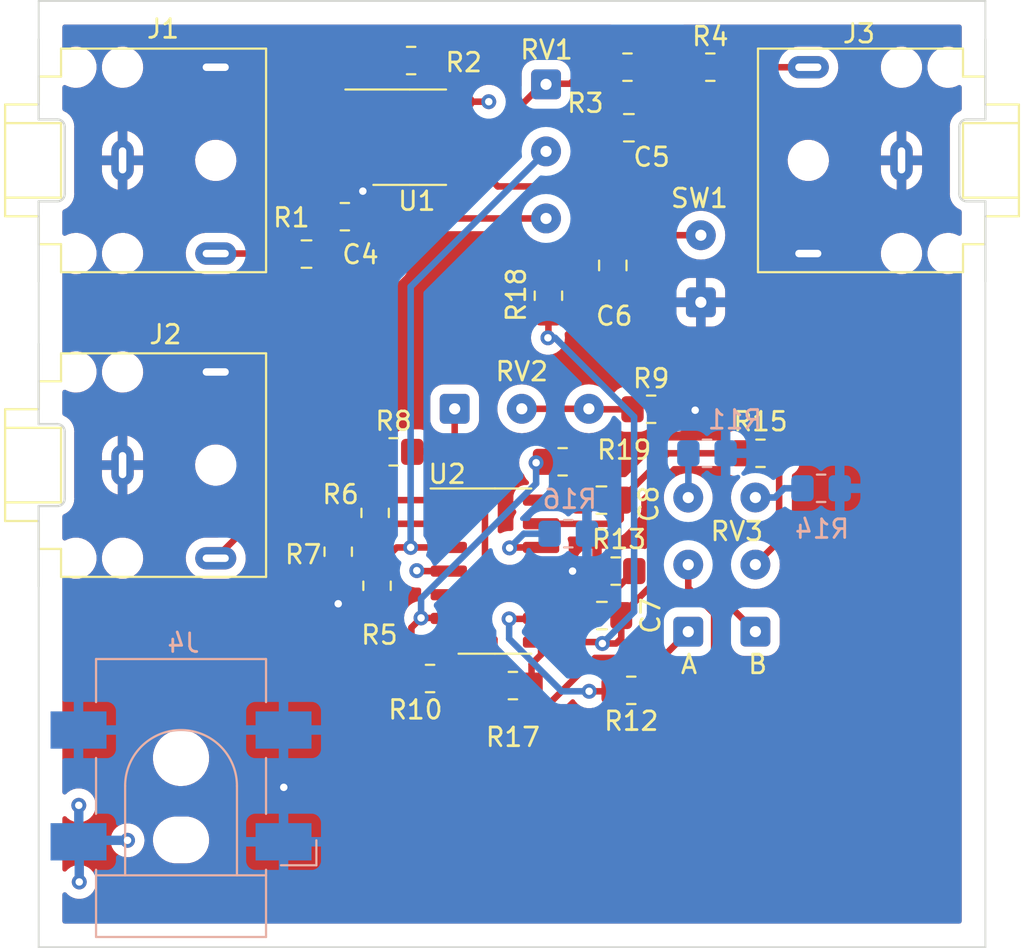
<source format=kicad_pcb>
(kicad_pcb (version 20211014) (generator pcbnew)
  (layers (0 "F.Cu" signal) (1 "In1.Cu" signal) (2 "In2.Cu" signal) (31 "B.Cu" signal) (34 "B.Paste" user) (35 "F.Paste" user) (36 "B.SilkS" user "B.Silkscreen") (37 "F.SilkS" user "F.Silkscreen") (38 "B.Mask" user) (39 "F.Mask" user) (44 "Edge.Cuts" user))
  (net 0 "")
  (net 1 "GNDPWR")
  (net 2 "Net-(R9-Pad1)")
  (net 3 "Net-(R11-Pad1)")
  (net 4 "Net-(R14-Pad1)")
  (net 5 "+15V")
  (net 6 "/U2C-N")
  (net 7 "/U2D-N")
  (net 8 "/U2A-N")
  (net 9 "/U2B-N")
  (net 10 "/U2A-P")
  (net 11 "/U2B-P")
  (net 12 "/U2C-P")
  (net 13 "/U2D-P")
  (net 14 "/INPUT")
  (net 15 "/U2C-O")
  (net 16 "/U2D-O")
  (net 17 "/SERIES")
  (net 18 "/OUTPUT")
  (net 19 "/U2A-O")
  (net 20 "/U2B-O")
  (net 21 "/FREQ-A-ADJ")
  (net 22 "/FREQ-B-ADJ")
  (net 23 "/PREAMP-P")
  (net 24 "/AMP-N")
  (net 25 "/AMP-O")
  (net 26 "/AMP-P")
  (footprint "Connector_Audio:Jack_3.5mm_CUI_SJ1-3523N_Horizontal" (layer "F.Cu") (at 55.307 59.3598 -90)
    (fp_text reference "J1" (at -7.0612 -2.1732 180) (layer "F.SilkS"))
    (fp_text value "Input")
    (fp_line (start 2.2 4.5) (end 6.5 4.5) (layer "Edge.Cuts") (width 0.12))
    (fp_line (start -2.2 4.5) (end -6.5 4.5) (layer "Edge.Cuts") (width 0.12))
    (fp_line (start 2.2 3.5) (end 2.2 4.5) (layer "Edge.Cuts") (width 0.12))
    (fp_line (start -2.2 3.5) (end -2.2 4.5) (layer "Edge.Cuts") (width 0.12))
    (fp_line (start 1.8 3.1) (end -1.8 3.1) (layer "Edge.Cuts") (width 0.12))
    (fp_arc (start 1.8 3.1) (mid 2.082843 3.217157) (end 2.2 3.5) (layer "Edge.Cuts") (width 0.12))
    (fp_arc (start -2.2 3.5) (mid -2.082842 3.217158) (end -1.8 3.1) (layer "Edge.Cuts") (width 0.12))
    (pad "" np_thru_hole circle locked (at -5 0 270) (size 1.2 1.2) (drill 1.2) (layers *.Cu))
    (pad "" np_thru_hole circle locked (at 0 -5 270) (size 1.2 1.2) (drill 1.2) (layers *.Cu))
    (pad "" np_thru_hole circle locked (at -5 2.5 270) (size 1.2 1.2) (drill 1.2) (layers *.Cu))
    (pad "" np_thru_hole circle locked (at 5 2.5 270) (size 1.2 1.2) (drill 1.2) (layers *.Cu))
    (pad "" np_thru_hole circle locked (at 5 0 270) (size 1.2 1.2) (drill 1.2) (layers *.Cu))
    (pad "R" thru_hole oval locked (at -5 -5 270) (size 1.2 2.2) (drill oval 0.4 1.4) (layers *.Cu *.Mask) (net 1 "GNDPWR"))
    (pad "S" thru_hole oval locked (at 0 0 270) (size 2.2 1.2) (drill oval 1.4 0.4) (layers *.Cu *.Mask) (net 1 "GNDPWR"))
    (pad "T" thru_hole oval locked (at 5 -5 90) (size 1.2 2.2) (drill oval 0.4 1.4) (layers *.Cu *.Mask) (net 14 "/INPUT"))
  )
  (footprint "Resistor_SMD:R_0805_2012Metric_Pad1.20x1.40mm_HandSolder" (layer "F.Cu") (at 66.8782 80.3656 90)
    (fp_text reference "R7" (at -0.1524 -1.8796 180) (layer "F.SilkS"))
    (fp_text value "1k")
    (pad "1" smd roundrect (at -1 0 90) (size 1.2 1.4) (layers "F.Cu" "F.Paste" "F.Mask") (roundrect_rratio 0.208333) (net 1 "GNDPWR"))
    (pad "2" smd roundrect (at 1 0 90) (size 1.2 1.4) (layers "F.Cu" "F.Paste" "F.Mask") (roundrect_rratio 0.208333) (net 8 "/U2A-N"))
  )
  (footprint "Resistor_SMD:R_0805_2012Metric_Pad1.20x1.40mm_HandSolder" (layer "F.Cu") (at 82.6008 87.8078 180)
    (fp_text reference "R12" (at 0 -1.65) (layer "F.SilkS"))
    (fp_text value "10k")
    (pad "1" smd roundrect (at -1 0 180) (size 1.2 1.4) (layers "F.Cu" "F.Paste" "F.Mask") (roundrect_rratio 0.208333) (net 21 "/FREQ-A-ADJ"))
    (pad "2" smd roundrect (at 1 0 180) (size 1.2 1.4) (layers "F.Cu" "F.Paste" "F.Mask") (roundrect_rratio 0.208333) (net 6 "/U2C-N"))
  )
  (footprint "Resistor_SMD:R_0805_2012Metric_Pad1.20x1.40mm_HandSolder" (layer "F.Cu") (at 83.6676 72.7202)
    (fp_text reference "R9" (at 0 -1.65) (layer "F.SilkS"))
    (fp_text value "100")
    (pad "1" smd roundrect (at -1 0) (size 1.2 1.4) (layers "F.Cu" "F.Paste" "F.Mask") (roundrect_rratio 0.208333) (net 2 "Net-(R9-Pad1)"))
    (pad "2" smd roundrect (at 1 0) (size 1.2 1.4) (layers "F.Cu" "F.Paste" "F.Mask") (roundrect_rratio 0.208333) (net 1 "GNDPWR"))
  )
  (footprint "Connector_Audio:Jack_3.5mm_CUI_SJ1-3523N_Horizontal" (layer "F.Cu") (at 55.307 75.7174 -90)
    (fp_text reference "J2" (at -7.0104 -2.3002 180) (layer "F.SilkS"))
    (fp_text value "Series")
    (fp_line (start 2.2 4.5) (end 6.5 4.5) (layer "Edge.Cuts") (width 0.12))
    (fp_line (start -2.2 3.5) (end -2.2 4.5) (layer "Edge.Cuts") (width 0.12))
    (fp_line (start 1.8 3.1) (end -1.8 3.1) (layer "Edge.Cuts") (width 0.12))
    (fp_line (start 2.2 3.5) (end 2.2 4.5) (layer "Edge.Cuts") (width 0.12))
    (fp_line (start -2.2 4.5) (end -6.5 4.5) (layer "Edge.Cuts") (width 0.12))
    (fp_arc (start -2.2 3.5) (mid -2.082842 3.217158) (end -1.8 3.1) (layer "Edge.Cuts") (width 0.12))
    (fp_arc (start 1.8 3.1) (mid 2.082843 3.217157) (end 2.2 3.5) (layer "Edge.Cuts") (width 0.12))
    (pad "" np_thru_hole circle locked (at 5 2.5 270) (size 1.2 1.2) (drill 1.2) (layers *.Cu))
    (pad "" np_thru_hole circle locked (at 0 -5 270) (size 1.2 1.2) (drill 1.2) (layers *.Cu))
    (pad "" np_thru_hole circle locked (at -5 2.5 270) (size 1.2 1.2) (drill 1.2) (layers *.Cu))
    (pad "" np_thru_hole circle locked (at -5 0 270) (size 1.2 1.2) (drill 1.2) (layers *.Cu))
    (pad "" np_thru_hole circle locked (at 5 0 270) (size 1.2 1.2) (drill 1.2) (layers *.Cu))
    (pad "R" thru_hole oval locked (at -5 -5 270) (size 1.2 2.2) (drill oval 0.4 1.4) (layers *.Cu *.Mask) (net 1 "GNDPWR"))
    (pad "S" thru_hole oval locked (at 0 0 270) (size 2.2 1.2) (drill oval 1.4 0.4) (layers *.Cu *.Mask) (net 1 "GNDPWR"))
    (pad "T" thru_hole oval locked (at 5 -5 90) (size 1.2 2.2) (drill oval 0.4 1.4) (layers *.Cu *.Mask) (net 17 "/SERIES"))
  )
  (footprint "Resistor_SMD:R_0805_2012Metric_Pad1.20x1.40mm_HandSolder" (layer "F.Cu") (at 89.535 75.0824 180)
    (fp_text reference "R15" (at 0 1.7018) (layer "F.SilkS"))
    (fp_text value "10k")
    (pad "1" smd roundrect (at -1 0 180) (size 1.2 1.4) (layers "F.Cu" "F.Paste" "F.Mask") (roundrect_rratio 0.208333) (net 22 "/FREQ-B-ADJ"))
    (pad "2" smd roundrect (at 1 0 180) (size 1.2 1.4) (layers "F.Cu" "F.Paste" "F.Mask") (roundrect_rratio 0.208333) (net 7 "/U2D-N"))
  )
  (footprint "Resistor_SMD:R_0805_2012Metric_Pad1.20x1.40mm_HandSolder" (layer "F.Cu") (at 81.7626 81.407 180)
    (fp_text reference "R13" (at -0.1778 1.7018) (layer "F.SilkS"))
    (fp_text value "10k")
    (pad "1" smd roundrect (at -1 0 180) (size 1.2 1.4) (layers "F.Cu" "F.Paste" "F.Mask") (roundrect_rratio 0.208333) (net 12 "/U2C-P"))
    (pad "2" smd roundrect (at 1 0 180) (size 1.2 1.4) (layers "F.Cu" "F.Paste" "F.Mask") (roundrect_rratio 0.208333) (net 1 "GNDPWR"))
  )
  (footprint "Resistor_SMD:R_0805_2012Metric_Pad1.20x1.40mm_HandSolder" (layer "F.Cu") (at 86.8426 54.356)
    (fp_text reference "R4" (at 0 -1.65) (layer "F.SilkS"))
    (fp_text value "1k")
    (pad "1" smd roundrect (at -1 0) (size 1.2 1.4) (layers "F.Cu" "F.Paste" "F.Mask") (roundrect_rratio 0.208333) (net 25 "/AMP-O"))
    (pad "2" smd roundrect (at 1 0) (size 1.2 1.4) (layers "F.Cu" "F.Paste" "F.Mask") (roundrect_rratio 0.208333) (net 18 "/OUTPUT"))
  )
  (footprint "Connector_Wire:SolderWire-0.1sqmm_1x03_P3.6mm_D0.4mm_OD1mm" (layer "F.Cu") (at 73.1266 72.6948)
    (fp_text reference "RV2" (at 3.6 -2) (layer "F.SilkS"))
    (fp_text value "10k")
    (pad "1" thru_hole roundrect (at 0 0) (size 1.6 1.6) (drill 0.6) (layers *.Cu *.Mask) (roundrect_rratio 0.15625) (net 11 "/U2B-P"))
    (pad "2" thru_hole circle (at 3.6 0) (size 1.6 1.6) (drill 0.6) (layers *.Cu *.Mask) (net 2 "Net-(R9-Pad1)"))
    (pad "3" thru_hole circle (at 7.2 0) (size 1.6 1.6) (drill 0.6) (layers *.Cu *.Mask) (net 2 "Net-(R9-Pad1)"))
  )
  (footprint "Connector_Wire:SolderWire-0.1sqmm_1x02_P3.6mm_D0.4mm_OD1mm" (layer "F.Cu") (at 86.3346 66.9764 90)
    (fp_text reference "SW1" (at 5.5846 -0.0762 180) (layer "F.SilkS"))
    (fp_text value "Bypass")
    (pad "1" thru_hole roundrect (at 0 0 90) (size 1.6 1.6) (drill 0.6) (layers *.Cu *.Mask) (roundrect_rratio 0.15625) (net 1 "GNDPWR"))
    (pad "2" thru_hole circle (at 3.6 0 90) (size 1.6 1.6) (drill 0.6) (layers *.Cu *.Mask) (net 26 "/AMP-P"))
  )
  (footprint "Connector_Wire:SolderWire-0.1sqmm_1x03_P3.6mm_D0.4mm_OD1mm" (layer "F.Cu") (at 78.0288 55.2772 -90)
    (fp_text reference "RV1" (at -1.8542 -0.0254) (layer "F.SilkS"))
    (fp_text value "100k")
    (pad "1" thru_hole roundrect (at 0 0 270) (size 1.6 1.6) (drill 0.6) (layers *.Cu *.Mask) (roundrect_rratio 0.15625) (net 25 "/AMP-O"))
    (pad "2" thru_hole circle (at 3.6 0 270) (size 1.6 1.6) (drill 0.6) (layers *.Cu *.Mask) (net 10 "/U2A-P"))
    (pad "3" thru_hole circle (at 7.2 0 270) (size 1.6 1.6) (drill 0.6) (layers *.Cu *.Mask) (net 17 "/SERIES"))
  )
  (footprint "Capacitor_SMD:C_0805_2012Metric_Pad1.18x1.45mm_HandSolder" (layer "F.Cu") (at 81.6102 64.9986 -90)
    (fp_text reference "C6" (at 2.7178 -0.0762 180) (layer "F.SilkS"))
    (fp_text value "100pF")
    (pad "1" smd roundrect (at -1.0375 0 270) (size 1.175 1.45) (layers "F.Cu" "F.Paste" "F.Mask") (roundrect_rratio 0.212766) (net 26 "/AMP-P"))
    (pad "2" smd roundrect (at 1.0375 0 270) (size 1.175 1.45) (layers "F.Cu" "F.Paste" "F.Mask") (roundrect_rratio 0.212766) (net 1 "GNDPWR"))
  )
  (footprint "Resistor_SMD:R_0805_2012Metric_Pad1.20x1.40mm_HandSolder" (layer "F.Cu") (at 76.2508 87.5538)
    (fp_text reference "R17" (at 0 2.7686) (layer "F.SilkS"))
    (fp_text value "4.7k")
    (pad "1" smd roundrect (at -1 0) (size 1.2 1.4) (layers "F.Cu" "F.Paste" "F.Mask") (roundrect_rratio 0.208333) (net 11 "/U2B-P"))
    (pad "2" smd roundrect (at 1 0) (size 1.2 1.4) (layers "F.Cu" "F.Paste" "F.Mask") (roundrect_rratio 0.208333) (net 15 "/U2C-O"))
  )
  (footprint "Resistor_SMD:R_0805_2012Metric_Pad1.20x1.40mm_HandSolder" (layer "F.Cu") (at 78.9178 75.5396)
    (fp_text reference "R19" (at 3.302 -0.635) (layer "F.SilkS"))
    (fp_text value "10k")
    (pad "1" smd roundrect (at -1 0) (size 1.2 1.4) (layers "F.Cu" "F.Paste" "F.Mask") (roundrect_rratio 0.208333) (net 9 "/U2B-N"))
    (pad "2" smd roundrect (at 1 0) (size 1.2 1.4) (layers "F.Cu" "F.Paste" "F.Mask") (roundrect_rratio 0.208333) (net 16 "/U2D-O"))
  )
  (footprint "Resistor_SMD:R_0805_2012Metric_Pad1.20x1.40mm_HandSolder" (layer "F.Cu") (at 69.85 75.0062)
    (fp_text reference "R8" (at 0 -1.65) (layer "F.SilkS"))
    (fp_text value "10k")
    (pad "1" smd roundrect (at -1 0) (size 1.2 1.4) (layers "F.Cu" "F.Paste" "F.Mask") (roundrect_rratio 0.208333) (net 19 "/U2A-O"))
    (pad "2" smd roundrect (at 1 0) (size 1.2 1.4) (layers "F.Cu" "F.Paste" "F.Mask") (roundrect_rratio 0.208333) (net 11 "/U2B-P"))
  )
  (footprint "Capacitor_SMD:C_0805_2012Metric_Pad1.18x1.45mm_HandSolder" (layer "F.Cu") (at 81.0006 77.597 180)
    (fp_text reference "C8" (at -2.54 -0.2032 90) (layer "F.SilkS"))
    (fp_text value "1500pF")
    (pad "1" smd roundrect (at -1.0375 0 180) (size 1.175 1.45) (layers "F.Cu" "F.Paste" "F.Mask") (roundrect_rratio 0.212766) (net 7 "/U2D-N"))
    (pad "2" smd roundrect (at 1.0375 0 180) (size 1.175 1.45) (layers "F.Cu" "F.Paste" "F.Mask") (roundrect_rratio 0.212766) (net 16 "/U2D-O"))
  )
  (footprint "Resistor_SMD:R_0805_2012Metric_Pad1.20x1.40mm_HandSolder" (layer "F.Cu") (at 78.1558 66.6242 -90)
    (fp_text reference "R18" (at -0.0508 1.7272 90) (layer "F.SilkS"))
    (fp_text value "100k")
    (pad "1" smd roundrect (at -1 0 270) (size 1.2 1.4) (layers "F.Cu" "F.Paste" "F.Mask") (roundrect_rratio 0.208333) (net 26 "/AMP-P"))
    (pad "2" smd roundrect (at 1 0 270) (size 1.2 1.4) (layers "F.Cu" "F.Paste" "F.Mask") (roundrect_rratio 0.208333) (net 15 "/U2C-O"))
  )
  (footprint "Package_SO:SOIC-14_3.9x8.7mm_P1.27mm" (layer "F.Cu") (at 75.2856 81.407)
    (fp_text reference "U2" (at -2.5654 -5.207) (layer "F.SilkS"))
    (fp_text value "LM324")
    (pad "1" smd roundrect locked (at -2.475 -3.81) (size 1.95 0.6) (layers "F.Cu" "F.Paste" "F.Mask") (net 19 "/U2A-O"))
    (pad "2" smd roundrect locked (at -2.475 -2.54) (size 1.95 0.6) (layers "F.Cu" "F.Paste" "F.Mask") (net 8 "/U2A-N"))
    (pad "3" smd roundrect locked (at -2.475 -1.27) (size 1.95 0.6) (layers "F.Cu" "F.Paste" "F.Mask") (net 10 "/U2A-P"))
    (pad "4" smd roundrect locked (at -2.475 0) (size 1.95 0.6) (layers "F.Cu" "F.Paste" "F.Mask") (net 5 "+15V"))
    (pad "5" smd roundrect locked (at -2.475 1.27) (size 1.95 0.6) (layers "F.Cu" "F.Paste" "F.Mask") (net 11 "/U2B-P"))
    (pad "6" smd roundrect locked (at -2.475 2.54) (size 1.95 0.6) (layers "F.Cu" "F.Paste" "F.Mask") (net 9 "/U2B-N"))
    (pad "7" smd roundrect locked (at -2.475 3.81) (size 1.95 0.6) (layers "F.Cu" "F.Paste" "F.Mask") (net 20 "/U2B-O"))
    (pad "8" smd roundrect locked (at 2.475 3.81) (size 1.95 0.6) (layers "F.Cu" "F.Paste" "F.Mask") (net 15 "/U2C-O"))
    (pad "9" smd roundrect locked (at 2.475 2.54) (size 1.95 0.6) (layers "F.Cu" "F.Paste" "F.Mask") (net 6 "/U2C-N"))
    (pad "10" smd roundrect locked (at 2.475 1.27) (size 1.95 0.6) (layers "F.Cu" "F.Paste" "F.Mask") (net 12 "/U2C-P"))
    (pad "11" smd roundrect locked (at 2.475 0) (size 1.95 0.6) (layers "F.Cu" "F.Paste" "F.Mask") (net 1 "GNDPWR"))
    (pad "12" smd roundrect locked (at 2.475 -1.27) (size 1.95 0.6) (layers "F.Cu" "F.Paste" "F.Mask") (net 13 "/U2D-P"))
    (pad "13" smd roundrect locked (at 2.475 -2.54) (size 1.95 0.6) (layers "F.Cu" "F.Paste" "F.Mask") (net 7 "/U2D-N"))
    (pad "14" smd roundrect locked (at 2.475 -3.81) (size 1.95 0.6) (layers "F.Cu" "F.Paste" "F.Mask") (net 16 "/U2D-O"))
  )
  (footprint "Capacitor_SMD:C_0805_2012Metric_Pad1.18x1.45mm_HandSolder" (layer "F.Cu") (at 81.026 83.7946)
    (fp_text reference "C7" (at 2.6162 0 270) (layer "F.SilkS"))
    (fp_text value "1500pF")
    (pad "1" smd roundrect (at -1.0375 0) (size 1.175 1.45) (layers "F.Cu" "F.Paste" "F.Mask") (roundrect_rratio 0.212766) (net 6 "/U2C-N"))
    (pad "2" smd roundrect (at 1.0375 0) (size 1.175 1.45) (layers "F.Cu" "F.Paste" "F.Mask") (roundrect_rratio 0.212766) (net 15 "/U2C-O"))
  )
  (footprint "Capacitor_SMD:C_0805_2012Metric_Pad1.18x1.45mm_HandSolder" (layer "F.Cu") (at 65.1764 64.389)
    (fp_text reference "C4" (at 2.8956 0.0254) (layer "F.SilkS"))
    (fp_text value "1uF")
    (pad "1" smd roundrect (at -1.0375 0) (size 1.175 1.45) (layers "F.Cu" "F.Paste" "F.Mask") (roundrect_rratio 0.212766) (net 14 "/INPUT"))
    (pad "2" smd roundrect (at 1.0375 0) (size 1.175 1.45) (layers "F.Cu" "F.Paste" "F.Mask") (roundrect_rratio 0.212766) (net 23 "/PREAMP-P"))
  )
  (footprint "Resistor_SMD:R_0805_2012Metric_Pad1.20x1.40mm_HandSolder" (layer "F.Cu") (at 70.7898 54.0004)
    (fp_text reference "R2" (at 2.8194 0.1016) (layer "F.SilkS"))
    (fp_text value "100k")
    (pad "1" smd roundrect (at -1 0) (size 1.2 1.4) (layers "F.Cu" "F.Paste" "F.Mask") (roundrect_rratio 0.208333) (net 17 "/SERIES"))
    (pad "2" smd roundrect (at 1 0) (size 1.2 1.4) (layers "F.Cu" "F.Paste" "F.Mask") (roundrect_rratio 0.208333) (net 24 "/AMP-N"))
  )
  (footprint "audio-project:SolderWire-0.1sqmm_2x03_P3.6mm_D0.4mm_OD1mm" (layer "F.Cu") (at 85.658302 84.660898 90)
    (fp_text reference "RV3" (at 5.387498 2.606698 180) (layer "F.SilkS"))
    (fp_text value "10k")
    (pad "1" thru_hole roundrect (at 0 0 90) (size 1.6 1.6) (drill 0.6) (layers *.Cu *.Mask) (roundrect_rratio 0.15625) (net 20 "/U2B-O"))
    (pad "2" thru_hole circle (at 3.6 0 90) (size 1.6 1.6) (drill 0.6) (layers *.Cu *.Mask) (net 21 "/FREQ-A-ADJ"))
    (pad "3" thru_hole circle (at 7.2 0 90) (size 1.6 1.6) (drill 0.6) (layers *.Cu *.Mask) (net 3 "Net-(R11-Pad1)"))
    (pad "4" thru_hole roundrect (at 0.0046 3.6022 90) (size 1.6 1.6) (drill 0.6) (layers *.Cu *.Mask) (roundrect_rratio 0.15625) (net 15 "/U2C-O"))
    (pad "5" thru_hole circle (at 3.6046 3.6022 90) (size 1.6 1.6) (drill 0.6) (layers *.Cu *.Mask) (net 22 "/FREQ-B-ADJ"))
    (pad "6" thru_hole circle (at 7.2046 3.6022 90) (size 1.6 1.6) (drill 0.6) (layers *.Cu *.Mask) (net 4 "Net-(R14-Pad1)"))
  )
  (footprint "Connector_Audio:Jack_3.5mm_CUI_SJ1-3523N_Horizontal" (layer "F.Cu") (at 97.1 59.3598 90)
    (fp_text reference "J3" (at 6.8072 -2.2818 180) (layer "F.SilkS"))
    (fp_text value "Output")
    (fp_line (start -2.2 4.5) (end -6.5 4.5) (layer "Edge.Cuts") (width 0.12))
    (fp_line (start 1.8 3.1) (end -1.8 3.1) (layer "Edge.Cuts") (width 0.12))
    (fp_line (start -2.2 3.5) (end -2.2 4.5) (layer "Edge.Cuts") (width 0.12))
    (fp_line (start 2.2 4.5) (end 6.5 4.5) (layer "Edge.Cuts") (width 0.12))
    (fp_line (start 2.2 3.5) (end 2.2 4.5) (layer "Edge.Cuts") (width 0.12))
    (fp_arc (start 1.8 3.1) (mid 2.082843 3.217157) (end 2.2 3.5) (layer "Edge.Cuts") (width 0.12))
    (fp_arc (start -2.2 3.5) (mid -2.082842 3.217158) (end -1.8 3.1) (layer "Edge.Cuts") (width 0.12))
    (pad "" np_thru_hole circle locked (at -5 2.5 90) (size 1.2 1.2) (drill 1.2) (layers *.Cu))
    (pad "" np_thru_hole circle locked (at 5 0 90) (size 1.2 1.2) (drill 1.2) (layers *.Cu))
    (pad "" np_thru_hole circle locked (at 0 -5 90) (size 1.2 1.2) (drill 1.2) (layers *.Cu))
    (pad "" np_thru_hole circle locked (at 5 2.5 90) (size 1.2 1.2) (drill 1.2) (layers *.Cu))
    (pad "" np_thru_hole circle locked (at -5 0 90) (size 1.2 1.2) (drill 1.2) (layers *.Cu))
    (pad "R" thru_hole oval locked (at -5 -5 90) (size 1.2 2.2) (drill oval 0.4 1.4) (layers *.Cu *.Mask) (net 1 "GNDPWR"))
    (pad "S" thru_hole oval locked (at 0 0 90) (size 2.2 1.2) (drill oval 1.4 0.4) (layers *.Cu *.Mask) (net 1 "GNDPWR"))
    (pad "T" thru_hole oval locked (at 5 -5 270) (size 1.2 2.2) (drill oval 0.4 1.4) (layers *.Cu *.Mask) (net 18 "/OUTPUT"))
  )
  (footprint "Resistor_SMD:R_0805_2012Metric_Pad1.20x1.40mm_HandSolder" (layer "F.Cu") (at 68.961 82.1944 -90)
    (fp_text reference "R5" (at 2.6416 -0.127 180) (layer "F.SilkS"))
    (fp_text value "100k")
    (pad "1" smd roundrect (at -1 0 270) (size 1.2 1.4) (layers "F.Cu" "F.Paste" "F.Mask") (roundrect_rratio 0.208333) (net 10 "/U2A-P"))
    (pad "2" smd roundrect (at 1 0 270) (size 1.2 1.4) (layers "F.Cu" "F.Paste" "F.Mask") (roundrect_rratio 0.208333) (net 1 "GNDPWR"))
  )
  (footprint "Resistor_SMD:R_0805_2012Metric_Pad1.20x1.40mm_HandSolder" (layer "F.Cu") (at 68.8594 78.2828 90)
    (fp_text reference "R6" (at 0.9906 -1.8542 180) (layer "F.SilkS"))
    (fp_text value "10k")
    (pad "1" smd roundrect (at -1 0 90) (size 1.2 1.4) (layers "F.Cu" "F.Paste" "F.Mask") (roundrect_rratio 0.208333) (net 8 "/U2A-N"))
    (pad "2" smd roundrect (at 1 0 90) (size 1.2 1.4) (layers "F.Cu" "F.Paste" "F.Mask") (roundrect_rratio 0.208333) (net 19 "/U2A-O"))
  )
  (footprint "Package_SO:SOIC-8_3.9x4.9mm_P1.27mm" (layer "F.Cu") (at 70.7136 58.1152)
    (fp_text reference "U1" (at 0.381 3.429) (layer "F.SilkS"))
    (fp_text value "LM358")
    (pad "1" smd roundrect locked (at -2.475 -1.905) (size 1.95 0.6) (layers "F.Cu" "F.Paste" "F.Mask") (net 17 "/SERIES"))
    (pad "2" smd roundrect locked (at -2.475 -0.635) (size 1.95 0.6) (layers "F.Cu" "F.Paste" "F.Mask") (net 17 "/SERIES"))
    (pad "3" smd roundrect locked (at -2.475 0.635) (size 1.95 0.6) (layers "F.Cu" "F.Paste" "F.Mask") (net 23 "/PREAMP-P"))
    (pad "4" smd roundrect locked (at -2.475 1.905) (size 1.95 0.6) (layers "F.Cu" "F.Paste" "F.Mask") (net 1 "GNDPWR"))
    (pad "5" smd roundrect locked (at 2.475 1.905) (size 1.95 0.6) (layers "F.Cu" "F.Paste" "F.Mask") (net 26 "/AMP-P"))
    (pad "6" smd roundrect locked (at 2.475 0.635) (size 1.95 0.6) (layers "F.Cu" "F.Paste" "F.Mask") (net 24 "/AMP-N"))
    (pad "7" smd roundrect locked (at 2.475 -0.635) (size 1.95 0.6) (layers "F.Cu" "F.Paste" "F.Mask") (net 25 "/AMP-O"))
    (pad "8" smd roundrect locked (at 2.475 -1.905) (size 1.95 0.6) (layers "F.Cu" "F.Paste" "F.Mask") (net 5 "+15V"))
  )
  (footprint "Resistor_SMD:R_0805_2012Metric_Pad1.20x1.40mm_HandSolder" (layer "F.Cu") (at 67.2338 62.3824)
    (fp_text reference "R1" (at -2.8702 0.0508) (layer "F.SilkS"))
    (fp_text value "100k")
    (pad "1" smd roundrect (at -1 0) (size 1.2 1.4) (layers "F.Cu" "F.Paste" "F.Mask") (roundrect_rratio 0.208333) (net 23 "/PREAMP-P"))
    (pad "2" smd roundrect (at 1 0) (size 1.2 1.4) (layers "F.Cu" "F.Paste" "F.Mask") (roundrect_rratio 0.208333) (net 1 "GNDPWR"))
  )
  (footprint "Resistor_SMD:R_0805_2012Metric_Pad1.20x1.40mm_HandSolder" (layer "F.Cu") (at 71.8058 87.1728)
    (fp_text reference "R10" (at -0.7874 1.6764) (layer "F.SilkS"))
    (fp_text value "10k")
    (pad "1" smd roundrect (at -1 0) (size 1.2 1.4) (layers "F.Cu" "F.Paste" "F.Mask") (roundrect_rratio 0.208333) (net 9 "/U2B-N"))
    (pad "2" smd roundrect (at 1 0) (size 1.2 1.4) (layers "F.Cu" "F.Paste" "F.Mask") (roundrect_rratio 0.208333) (net 20 "/U2B-O"))
  )
  (footprint "Capacitor_SMD:C_0805_2012Metric_Pad1.18x1.45mm_HandSolder" (layer "F.Cu") (at 82.4738 57.6072 180)
    (fp_text reference "C5" (at -1.2192 -1.5748) (layer "F.SilkS"))
    (fp_text value "100pF")
    (pad "1" smd roundrect (at -1.0375 0 180) (size 1.175 1.45) (layers "F.Cu" "F.Paste" "F.Mask") (roundrect_rratio 0.212766) (net 24 "/AMP-N"))
    (pad "2" smd roundrect (at 1.0375 0 180) (size 1.175 1.45) (layers "F.Cu" "F.Paste" "F.Mask") (roundrect_rratio 0.212766) (net 25 "/AMP-O"))
  )
  (footprint "Resistor_SMD:R_0805_2012Metric_Pad1.20x1.40mm_HandSolder" (layer "F.Cu") (at 82.3976 54.356 180)
    (fp_text reference "R3" (at 2.2606 -1.9304) (layer "F.SilkS"))
    (fp_text value "100k")
    (pad "1" smd roundrect (at -1 0 180) (size 1.2 1.4) (layers "F.Cu" "F.Paste" "F.Mask") (roundrect_rratio 0.208333) (net 24 "/AMP-N"))
    (pad "2" smd roundrect (at 1 0 180) (size 1.2 1.4) (layers "F.Cu" "F.Paste" "F.Mask") (roundrect_rratio 0.208333) (net 25 "/AMP-O"))
  )
  (footprint "Connector_BarrelJack:BarrelJack_CLIFF_FC681465S_SMT_Horizontal" (layer "B.Cu") (at 58.4454 92.9386 90)
    (fp_text reference "J4" (at 7.6708 0.127 180) (layer "B.SilkS") (effects (justify mirror)))
    (fp_text value "BarrelJack_CLIFF_FC681465S_SMT_Horizontal" hide)
    (pad "" np_thru_hole oval (at -2.9 0) (size 2 1.5) (drill oval 2 1.5) (layers *.Cu *.Mask))
    (pad "" np_thru_hole circle (at 1.5 0) (size 2 2) (drill 2) (layers *.Cu *.Mask))
    (pad "1" smd rect (at -3 5.5) (size 3 2) (layers "B.Cu" "B.Paste" "B.Mask") (net 1 "GNDPWR"))
    (pad "1" smd rect (at 3 5.5) (size 3 2) (layers "B.Cu" "B.Paste" "B.Mask") (net 1 "GNDPWR"))
    (pad "2" smd rect (at 3 -5.5) (size 3 2) (layers "B.Cu" "B.Paste" "B.Mask") (net 1 "GNDPWR"))
    (pad "3" smd rect (at -3 -5.5) (size 3 2) (layers "B.Cu" "B.Paste" "B.Mask") (net 5 "+15V"))
  )
  (footprint "Resistor_SMD:R_0805_2012Metric_Pad1.20x1.40mm_HandSolder" (layer "B.Cu") (at 79.2226 79.4004)
    (fp_text reference "R16" (at 0.0762 -1.8542) (layer "B.SilkS") (effects (justify mirror)))
    (fp_text value "10k")
    (pad "1" smd roundrect (at -1 0) (size 1.2 1.4) (layers "B.Cu" "B.Paste" "B.Mask") (roundrect_rratio 0.208333) (net 13 "/U2D-P"))
    (pad "2" smd roundrect (at 1 0) (size 1.2 1.4) (layers "B.Cu" "B.Paste" "B.Mask") (roundrect_rratio 0.208333) (net 1 "GNDPWR"))
  )
  (footprint "Resistor_SMD:R_0805_2012Metric_Pad1.20x1.40mm_HandSolder" (layer "B.Cu") (at 86.6648 75.0824)
    (fp_text reference "R11" (at 1.4986 -1.8034) (layer "B.SilkS") (effects (justify mirror)))
    (fp_text value "47")
    (pad "1" smd roundrect (at -1 0) (size 1.2 1.4) (layers "B.Cu" "B.Paste" "B.Mask") (roundrect_rratio 0.208333) (net 3 "Net-(R11-Pad1)"))
    (pad "2" smd roundrect (at 1 0) (size 1.2 1.4) (layers "B.Cu" "B.Paste" "B.Mask") (roundrect_rratio 0.208333) (net 1 "GNDPWR"))
  )
  (footprint "Resistor_SMD:R_0805_2012Metric_Pad1.20x1.40mm_HandSolder" (layer "B.Cu") (at 92.7862 76.962)
    (fp_text reference "R14" (at 0.0508 2.1844) (layer "B.SilkS") (effects (justify mirror)))
    (fp_text value "47")
    (pad "1" smd roundrect (at -1 0) (size 1.2 1.4) (layers "B.Cu" "B.Paste" "B.Mask") (roundrect_rratio 0.208333) (net 4 "Net-(R14-Pad1)"))
    (pad "2" smd roundrect (at 1 0) (size 1.2 1.4) (layers "B.Cu" "B.Paste" "B.Mask") (roundrect_rratio 0.208333) (net 1 "GNDPWR"))
  )
  (gr_line locked (start 50.807 50.8) (end 50.807 52.8598) (layer "Edge.Cuts") (width 0.1))
  (gr_line locked (start 50.807 82.2174) (end 50.807 101.6) (layer "Edge.Cuts") (width 0.1))
  (gr_line locked (start 101.6 50.8) (end 101.6 52.8598) (layer "Edge.Cuts") (width 0.1))
  (gr_line locked (start 50.807 50.8) (end 101.6 50.8) (layer "Edge.Cuts") (width 0.1))
  (gr_line locked (start 50.807 101.6) (end 101.6 101.6) (layer "Edge.Cuts") (width 0.1))
  (gr_line locked (start 50.807 65.8598) (end 50.807 69.2174) (layer "Edge.Cuts") (width 0.1))
  (gr_line locked (start 101.6 101.6) (end 101.6 65.8598) (layer "Edge.Cuts") (width 0.1))
  (gr_text "B" (at 89.3826 86.4108) (layer "F.SilkS") (effects (font (size 1 1))))
  (gr_text "A" (at 85.6996 86.4108) (layer "F.SilkS") (effects (font (size 1 1))))
  (segment (start 66.913 83.1944) (end 66.8782 83.1596) (width 0.35) (layer "F.Cu") (net 1))
  (segment (start 86.0298 72.771) (end 84.7184 72.771) (width 0.35) (layer "F.Cu") (net 1))
  (segment (start 66.8782 83.1596) (end 66.8782 81.3656) (width 0.35) (layer "F.Cu") (net 1))
  (segment (start 68.2338 62.3824) (end 68.2338 61.0456) (width 0.35) (layer "F.Cu") (net 1))
  (segment (start 68.2338 61.0456) (end 68.199 61.0108) (width 0.35) (layer "F.Cu") (net 1))
  (segment (start 68.2386 60.0202) (end 68.2386 60.9712) (width 0.35) (layer "F.Cu") (net 1))
  (segment (start 68.961 83.1944) (end 66.913 83.1944) (width 0.35) (layer "F.Cu") (net 1))
  (segment (start 84.7184 72.771) (end 84.6676 72.7202) (width 0.35) (layer "F.Cu") (net 1))
  (segment (start 80.7626 81.407) (end 79.4512 81.407) (width 0.35) (layer "F.Cu") (net 1))
  (segment (start 79.4512 81.407) (end 77.7606 81.407) (width 0.35) (layer "F.Cu") (net 1))
  (segment (start 68.2386 60.9712) (end 68.199 61.0108) (width 0.35) (layer "F.Cu") (net 1))
  (via (at 66.8782 83.1596) (size 0.8) (drill 0.4) (layers "F.Cu" "B.Cu") (net 1))
  (via (at 68.199 61.0108) (size 0.8) (drill 0.4) (layers "F.Cu" "B.Cu") (net 1))
  (via (at 79.4512 81.407) (size 0.8) (drill 0.4) (layers "F.Cu" "B.Cu") (net 1))
  (via (at 63.9572 93.0148) (size 0.8) (drill 0.4) (layers "F.Cu" "B.Cu") (net 1))
  (via (at 86.0298 72.771) (size 0.8) (drill 0.4) (layers "F.Cu" "B.Cu") (net 1))
  (segment (start 82.6676 72.7202) (end 80.352 72.7202) (width 0.35) (layer "F.Cu") (net 2))
  (segment (start 80.3266 72.6948) (end 76.7266 72.6948) (width 0.35) (layer "F.Cu") (net 2))
  (segment (start 80.352 72.7202) (end 80.3266 72.6948) (width 0.35) (layer "F.Cu") (net 2))
  (segment (start 85.6648 77.4544) (end 85.658302 77.460898) (width 0.35) (layer "B.Cu") (net 3))
  (segment (start 85.6648 75.0824) (end 85.6648 77.4544) (width 0.35) (layer "B.Cu") (net 3))
  (segment (start 89.260502 77.456298) (end 90.310702 77.456298) (width 0.35) (layer "B.Cu") (net 4))
  (segment (start 90.310702 77.456298) (end 90.805 76.962) (width 0.35) (layer "B.Cu") (net 4))
  (segment (start 90.805 76.962) (end 91.7862 76.962) (width 0.35) (layer "B.Cu") (net 4))
  (segment (start 72.8106 81.407) (end 71.12 81.407) (width 0.35) (layer "F.Cu") (net 5))
  (segment (start 71.12 81.407) (end 71.0946 81.3816) (width 0.35) (layer "F.Cu") (net 5))
  (segment (start 74.9554 56.2102) (end 73.1886 56.2102) (width 0.35) (layer "F.Cu") (net 5))
  (via (at 52.959 93.98) (size 0.8) (drill 0.4) (layers "F.Cu" "B.Cu") (net 5))
  (via (at 52.9844 98.0948) (size 0.8) (drill 0.4) (layers "F.Cu" "B.Cu") (net 5))
  (via (at 71.0946 81.3816) (size 0.8) (drill 0.4) (layers "F.Cu" "B.Cu") (net 5))
  (via (at 74.9554 56.2102) (size 0.8) (drill 0.4) (layers "F.Cu" "B.Cu") (net 5))
  (via (at 55.5752 95.8596) (size 0.8) (drill 0.4) (layers "F.Cu" "B.Cu") (net 5))
  (segment (start 53.0244 95.8596) (end 52.9454 95.9386) (width 0.35) (layer "B.Cu") (net 5))
  (segment (start 52.9844 98.0948) (end 52.9844 95.9776) (width 0.5) (layer "B.Cu") (net 5))
  (segment (start 52.9844 95.9776) (end 52.9454 95.9386) (width 0.35) (layer "B.Cu") (net 5))
  (segment (start 55.5752 95.8596) (end 53.0244 95.8596) (width 0.5) (layer "B.Cu") (net 5))
  (segment (start 52.959 93.98) (end 52.959 95.925) (width 0.5) (layer "B.Cu") (net 5))
  (segment (start 52.959 95.925) (end 52.9454 95.9386) (width 0.35) (layer "B.Cu") (net 5))
  (segment (start 79.8361 83.947) (end 79.9885 83.7946) (width 0.2) (layer "F.Cu") (net 6))
  (segment (start 79.9885 83.7946) (end 79.8107 83.9724) (width 0.35) (layer "F.Cu") (net 6))
  (segment (start 79.8107 83.9724) (end 78.0908 83.9724) (width 0.35) (layer "F.Cu") (net 6))
  (segment (start 77.913 83.7946) (end 77.7606 83.947) (width 0.2) (layer "F.Cu") (net 6))
  (segment (start 76.0476 83.9724) (end 77.7352 83.9724) (width 0.35) (layer "F.Cu") (net 6))
  (segment (start 81.55 87.8586) (end 81.6008 87.8078) (width 0.2) (layer "F.Cu") (net 6))
  (segment (start 80.3402 87.8586) (end 81.55 87.8586) (width 0.35) (layer "F.Cu") (net 6))
  (segment (start 77.7352 83.9724) (end 77.7606 83.947) (width 0.2) (layer "F.Cu") (net 6))
  (via (at 76.0476 83.9724) (size 0.8) (drill 0.4) (layers "F.Cu" "B.Cu") (net 6))
  (via (at 80.3402 87.8586) (size 0.8) (drill 0.4) (layers "F.Cu" "B.Cu") (net 6))
  (segment (start 76.0476 85.0392) (end 78.867 87.8586) (width 0.35) (layer "B.Cu") (net 6))
  (segment (start 76.0476 83.9724) (end 76.0476 85.0392) (width 0.35) (layer "B.Cu") (net 6))
  (segment (start 78.867 87.8586) (end 80.3402 87.8586) (width 0.35) (layer "B.Cu") (net 6))
  (segment (start 84.5527 75.0824) (end 88.535 75.0824) (width 0.35) (layer "F.Cu") (net 7))
  (segment (start 81.788 78.867) (end 82.0381 78.6169) (width 0.35) (layer "F.Cu") (net 7))
  (segment (start 77.7606 78.867) (end 81.788 78.867) (width 0.35) (layer "F.Cu") (net 7))
  (segment (start 82.0381 77.597) (end 84.5527 75.0824) (width 0.35) (layer "F.Cu") (net 7))
  (segment (start 82.0381 78.6169) (end 82.0381 77.597) (width 0.35) (layer "F.Cu") (net 7))
  (segment (start 68.7766 79.3656) (end 68.8594 79.2828) (width 0.35) (layer "F.Cu") (net 8))
  (segment (start 66.8782 79.3656) (end 68.7766 79.3656) (width 0.35) (layer "F.Cu") (net 8))
  (segment (start 69.2752 78.867) (end 68.8594 79.2828) (width 0.35) (layer "F.Cu") (net 8))
  (segment (start 72.8106 78.867) (end 69.2752 78.867) (width 0.35) (layer "F.Cu") (net 8))
  (segment (start 70.8058 87.1728) (end 70.8058 84.439) (width 0.35) (layer "F.Cu") (net 9))
  (segment (start 70.8058 84.439) (end 71.3232 83.9216) (width 0.35) (layer "F.Cu") (net 9))
  (segment (start 72.7852 83.9216) (end 72.8106 83.947) (width 0.35) (layer "F.Cu") (net 9))
  (segment (start 71.3232 83.9216) (end 72.7852 83.9216) (width 0.35) (layer "F.Cu") (net 9))
  (via (at 77.4954 75.5904) (size 0.8) (drill 0.4) (layers "F.Cu" "B.Cu") (net 9))
  (via (at 71.3232 83.9216) (size 0.8) (drill 0.4) (layers "F.Cu" "B.Cu") (net 9))
  (segment (start 71.3232 82.8802) (end 77.4954 76.708) (width 0.35) (layer "B.Cu") (net 9))
  (segment (start 77.4954 76.708) (end 77.4954 75.5904) (width 0.35) (layer "B.Cu") (net 9))
  (segment (start 71.3232 83.9216) (end 71.3232 82.8802) (width 0.35) (layer "B.Cu") (net 9))
  (segment (start 72.8106 80.137) (end 70.7644 80.137) (width 0.35) (layer "F.Cu") (net 10))
  (segment (start 70.7644 80.137) (end 70.0184 80.137) (width 0.35) (layer "F.Cu") (net 10))
  (segment (start 70.0184 80.137) (end 68.961 81.1944) (width 0.35) (layer "F.Cu") (net 10))
  (via (at 70.7644 80.137) (size 0.8) (drill 0.4) (layers "F.Cu" "B.Cu") (net 10))
  (segment (start 78.0288 58.8772) (end 70.7644 66.1416) (width 0.35) (layer "B.Cu") (net 10))
  (segment (start 70.7644 66.1416) (end 70.7644 80.137) (width 0.35) (layer "B.Cu") (net 10))
  (segment (start 70.8834 74.9808) (end 73.1346 74.9808) (width 0.35) (layer "F.Cu") (net 11))
  (segment (start 72.8106 82.677) (end 74.7014 82.677) (width 0.35) (layer "F.Cu") (net 11))
  (segment (start 74.7522 84.5566) (end 75.2602 85.0646) (width 0.35) (layer "F.Cu") (net 11))
  (segment (start 73.1266 72.6948) (end 73.1266 74.9808) (width 0.35) (layer "F.Cu") (net 11))
  (segment (start 74.7522 76.2254) (end 74.7522 82.7278) (width 0.35) (layer "F.Cu") (net 11))
  (segment (start 73.5076 74.9808) (end 74.7522 76.2254) (width 0.35) (layer "F.Cu") (net 11))
  (segment (start 75.2602 85.0646) (end 75.2602 87.5444) (width 0.35) (layer "F.Cu") (net 11))
  (segment (start 74.7522 82.7278) (end 74.7522 84.5566) (width 0.35) (layer "F.Cu") (net 11))
  (segment (start 73.1266 74.9808) (end 73.5076 74.9808) (width 0.35) (layer "F.Cu") (net 11))
  (segment (start 74.7014 82.677) (end 74.7522 82.7278) (width 0.2) (layer "F.Cu") (net 11))
  (segment (start 75.2602 87.5444) (end 75.2508 87.5538) (width 0.35) (layer "F.Cu") (net 11))
  (segment (start 77.7606 82.677) (end 81.4926 82.677) (width 0.35) (layer "F.Cu") (net 12))
  (segment (start 81.4926 82.677) (end 82.7626 81.407) (width 0.35) (layer "F.Cu") (net 12))
  (segment (start 77.7606 80.137) (end 76.0984 80.137) (width 0.35) (layer "F.Cu") (net 13))
  (segment (start 76.0984 80.137) (end 76.073 80.1624) (width 0.2) (layer "F.Cu") (net 13))
  (via (at 76.073 80.1624) (size 0.8) (drill 0.4) (layers "F.Cu" "B.Cu") (net 13))
  (segment (start 76.073 80.1624) (end 76.835 79.4004) (width 0.35) (layer "B.Cu") (net 13))
  (segment (start 76.835 79.4004) (end 77.994 79.4004) (width 0.35) (layer "B.Cu") (net 13))
  (segment (start 64.1389 64.389) (end 64.1097 64.3598) (width 0.35) (layer "F.Cu") (net 14))
  (segment (start 64.1097 64.3598) (end 60.307 64.3598) (width 0.35) (layer "F.Cu") (net 14))
  (segment (start 77.7606 85.217) (end 77.7606 85.8916) (width 0.35) (layer "F.Cu") (net 15))
  (segment (start 86.2584 79.3242) (end 87.4522 80.518) (width 0.35) (layer "F.Cu") (net 15))
  (segment (start 84.074 80.4164) (end 85.1662 79.3242) (width 0.35) (layer "F.Cu") (net 15))
  (segment (start 77.7606 85.217) (end 80.9752 85.217) (width 0.35) (layer "F.Cu") (net 15))
  (segment (start 80.9752 85.217) (end 81.0514 85.2932) (width 0.35) (layer "F.Cu") (net 15))
  (segment (start 77.2508 86.4014) (end 77.2508 87.5538) (width 0.35) (layer "F.Cu") (net 15))
  (segment (start 82.0635 83.7946) (end 84.074 81.7841) (width 0.35) (layer "F.Cu") (net 15))
  (segment (start 87.4522 82.847996) (end 89.260502 84.656298) (width 0.35) (layer "F.Cu") (net 15))
  (segment (start 85.1662 79.3242) (end 86.2584 79.3242) (width 0.35) (layer "F.Cu") (net 15))
  (segment (start 77.7606 85.8916) (end 77.2508 86.4014) (width 0.35) (layer "F.Cu") (net 15))
  (segment (start 78.1558 68.8594) (end 78.1304 68.8848) (width 0.35) (layer "F.Cu") (net 15))
  (segment (start 78.1558 67.6242) (end 78.1558 68.8594) (width 0.35) (layer "F.Cu") (net 15))
  (segment (start 81.0514 85.2932) (end 81.788 85.2932) (width 0.35) (layer "F.Cu") (net 15))
  (segment (start 82.0635 85.0177) (end 82.0635 83.7946) (width 0.35) (layer "F.Cu") (net 15))
  (segment (start 87.4522 80.518) (end 87.4522 82.847996) (width 0.35) (layer "F.Cu") (net 15))
  (segment (start 84.074 81.7841) (end 84.074 80.4164) (width 0.35) (layer "F.Cu") (net 15))
  (segment (start 81.788 85.2932) (end 82.0635 85.0177) (width 0.35) (layer "F.Cu") (net 15))
  (via (at 81.0514 85.2932) (size 0.8) (drill 0.4) (layers "F.Cu" "B.Cu") (net 15))
  (via (at 78.1304 68.8848) (size 0.8) (drill 0.4) (layers "F.Cu" "B.Cu") (net 15))
  (segment (start 78.5114 68.8848) (end 78.1304 68.8848) (width 0.35) (layer "B.Cu") (net 15))
  (segment (start 82.7532 83.5914) (end 82.7532 73.1266) (width 0.35) (layer "B.Cu") (net 15))
  (segment (start 82.7532 73.1266) (end 78.5114 68.8848) (width 0.35) (layer "B.Cu") (net 15))
  (segment (start 81.0514 85.2932) (end 82.7532 83.5914) (width 0.35) (layer "B.Cu") (net 15))
  (segment (start 79.9631 77.597) (end 79.9631 75.5849) (width 0.35) (layer "F.Cu") (net 16))
  (segment (start 79.9631 75.5849) (end 79.9178 75.5396) (width 0.35) (layer "F.Cu") (net 16))
  (segment (start 77.7606 77.597) (end 79.9631 77.597) (width 0.35) (layer "F.Cu") (net 16))
  (segment (start 62.1538 78.8706) (end 60.307 80.7174) (width 0.35) (layer "F.Cu") (net 17))
  (segment (start 78.0288 62.4772) (end 70.0854 62.4772) (width 0.35) (layer "F.Cu") (net 17))
  (segment (start 62.1538 69.1642) (end 62.1538 78.8706) (width 0.35) (layer "F.Cu") (net 17))
  (segment (start 69.7898 55.3052) (end 69.7898 54.0004) (width 0.35) (layer "F.Cu") (net 17))
  (segment (start 68.2386 57.4802) (end 68.9102 57.4802) (width 0.35) (layer "F.Cu") (net 17))
  (segment (start 68.9102 57.4802) (end 69.9262 58.4962) (width 0.35) (layer "F.Cu") (net 17))
  (segment (start 69.9262 62.6364) (end 69.9262 65.1002) (width 0.35) (layer "F.Cu") (net 17))
  (segment (start 63.9826 67.3354) (end 62.1538 69.1642) (width 0.35) (layer "F.Cu") (net 17))
  (segment (start 70.0854 62.4772) (end 69.9262 62.6364) (width 0.35) (layer "F.Cu") (net 17))
  (segment (start 66.3194 57.1754) (end 66.3194 56.4642) (width 0.35) (layer "F.Cu") (net 17))
  (segment (start 69.9262 58.4962) (end 69.9262 62.6364) (width 0.35) (layer "F.Cu") (net 17))
  (segment (start 68.8848 56.2102) (end 69.7898 55.3052) (width 0.35) (layer "F.Cu") (net 17))
  (segment (start 69.9262 65.1002) (end 67.691 67.3354) (width 0.35) (layer "F.Cu") (net 17))
  (segment (start 66.5734 56.2102) (end 68.2386 56.2102) (width 0.35) (layer "F.Cu") (net 17))
  (segment (start 68.2386 57.4802) (end 66.6242 57.4802) (width 0.35) (layer "F.Cu") (net 17))
  (segment (start 66.6242 57.4802) (end 66.3194 57.1754) (width 0.35) (layer "F.Cu") (net 17))
  (segment (start 67.691 67.3354) (end 63.9826 67.3354) (width 0.35) (layer "F.Cu") (net 17))
  (segment (start 68.2386 56.2102) (end 68.8848 56.2102) (width 0.35) (layer "F.Cu") (net 17))
  (segment (start 66.3194 56.4642) (end 66.5734 56.2102) (width 0.35) (layer "F.Cu") (net 17))
  (segment (start 87.8426 54.356) (end 87.8464 54.3598) (width 0.35) (layer "F.Cu") (net 18))
  (segment (start 87.8464 54.3598) (end 92.1 54.3598) (width 0.35) (layer "F.Cu") (net 18))
  (segment (start 68.8594 75.0156) (end 68.85 75.0062) (width 0.35) (layer "F.Cu") (net 19))
  (segment (start 69.1736 77.597) (end 68.8594 77.2828) (width 0.35) (layer "F.Cu") (net 19))
  (segment (start 68.8594 77.2828) (end 68.8594 75.0156) (width 0.35) (layer "F.Cu") (net 19))
  (segment (start 72.8106 77.597) (end 69.1736 77.597) (width 0.35) (layer "F.Cu") (net 19))
  (segment (start 72.8058 87.1728) (end 72.8058 88.6808) (width 0.35) (layer "F.Cu") (net 20))
  (segment (start 80.6574 86.0682) (end 84.251 86.0682) (width 0.35) (layer "F.Cu") (net 20))
  (segment (start 77.3684 89.3572) (end 80.6574 86.0682) (width 0.35) (layer "F.Cu") (net 20))
  (segment (start 72.8106 85.217) (end 72.8106 87.168) (width 0.35) (layer "F.Cu") (net 20))
  (segment (start 84.251 86.0682) (end 85.658302 84.660898) (width 0.35) (layer "F.Cu") (net 20))
  (segment (start 73.4822 89.3572) (end 77.3684 89.3572) (width 0.35) (layer "F.Cu") (net 20))
  (segment (start 72.8058 88.6808) (end 73.4822 89.3572) (width 0.35) (layer "F.Cu") (net 20))
  (segment (start 72.8106 87.168) (end 72.8058 87.1728) (width 0.35) (layer "F.Cu") (net 20))
  (segment (start 87.0458 83.693) (end 87.0458 86.8934) (width 0.35) (layer "F.Cu") (net 21))
  (segment (start 85.658302 81.060898) (end 85.658302 82.305502) (width 0.35) (layer "F.Cu") (net 21))
  (segment (start 85.658302 82.305502) (end 87.0458 83.693) (width 0.35) (layer "F.Cu") (net 21))
  (segment (start 86.1314 87.8078) (end 83.6008 87.8078) (width 0.35) (layer "F.Cu") (net 21))
  (segment (start 87.0458 86.8934) (end 86.1314 87.8078) (width 0.35) (layer "F.Cu") (net 21))
  (segment (start 90.535 75.0824) (end 90.535 79.7818) (width 0.35) (layer "F.Cu") (net 22))
  (segment (start 90.535 79.7818) (end 89.260502 81.056298) (width 0.35) (layer "F.Cu") (net 22))
  (segment (start 66.7004 58.7502) (end 68.2386 58.7502) (width 0.35) (layer "F.Cu") (net 23))
  (segment (start 66.2338 59.2168) (end 66.7004 58.7502) (width 0.35) (layer "F.Cu") (net 23))
  (segment (start 66.2139 62.4023) (end 66.2338 62.3824) (width 0.35) (layer "F.Cu") (net 23))
  (segment (start 66.2139 64.389) (end 66.2139 62.4023) (width 0.35) (layer "F.Cu") (net 23))
  (segment (start 66.2338 62.3824) (end 66.2338 59.2168) (width 0.35) (layer "F.Cu") (net 23))
  (segment (start 73.1886 58.7502) (end 75.6158 58.7502) (width 0.35) (layer "F.Cu") (net 24))
  (segment (start 80.4418 59.0296) (end 82.296 59.0296) (width 0.35) (layer "F.Cu") (net 24))
  (segment (start 78.4606 57.0484) (end 80.4418 59.0296) (width 0.35) (layer "F.Cu") (net 24))
  (segment (start 83.5113 57.8143) (end 83.5113 57.6072) (width 0.35) (layer "F.Cu") (net 24))
  (segment (start 83.3976 54.356) (end 83.3976 57.4935) (width 0.35) (layer "F.Cu") (net 24))
  (segment (start 82.296 59.0296) (end 83.5113 57.8143) (width 0.35) (layer "F.Cu") (net 24))
  (segment (start 71.7898 54.0004) (end 70.993 54.7972) (width 0.35) (layer "F.Cu") (net 24))
  (segment (start 71.755 58.7502) (end 73.1886 58.7502) (width 0.35) (layer "F.Cu") (net 24))
  (segment (start 70.993 57.9882) (end 71.755 58.7502) (width 0.35) (layer "F.Cu") (net 24))
  (segment (start 77.3176 57.0484) (end 78.4606 57.0484) (width 0.35) (layer "F.Cu") (net 24))
  (segment (start 75.6158 58.7502) (end 77.3176 57.0484) (width 0.35) (layer "F.Cu") (net 24))
  (segment (start 70.993 54.7972) (end 70.993 57.9882) (width 0.35) (layer "F.Cu") (net 24))
  (segment (start 83.3976 57.4935) (end 83.5113 57.6072) (width 0.35) (layer "F.Cu") (net 24))
  (segment (start 81.3976 57.5685) (end 81.4363 57.6072) (width 0.35) (layer "F.Cu") (net 25))
  (segment (start 78.0288 55.2772) (end 78.061 55.245) (width 0.35) (layer "F.Cu") (net 25))
  (segment (start 81.3976 53.4002) (end 81.9404 52.8574) (width 0.35) (layer "F.Cu") (net 25))
  (segment (start 75.6158 57.4802) (end 77.8188 55.2772) (width 0.35) (layer "F.Cu") (net 25))
  (segment (start 78.061 55.245) (end 79.3242 55.245) (width 0.35) (layer "F.Cu") (net 25))
  (segment (start 85.8426 53.7116) (end 85.8426 54.356) (width 0.35) (layer "F.Cu") (net 25))
  (segment (start 84.9884 52.8574) (end 85.8426 53.7116) (width 0.35) (layer "F.Cu") (net 25))
  (segment (start 81.9404 52.8574) (end 84.9884 52.8574) (width 0.35) (layer "F.Cu") (net 25))
  (segment (start 81.3976 54.356) (end 81.3976 57.5685) (width 0.35) (layer "F.Cu") (net 25))
  (segment (start 79.3242 55.245) (end 80.2132 54.356) (width 0.35) (layer "F.Cu") (net 25))
  (segment (start 81.3976 54.356) (end 81.3976 53.4002) (width 0.35) (layer "F.Cu") (net 25))
  (segment (start 77.8188 55.2772) (end 78.0288 55.2772) (width 0.35) (layer "F.Cu") (net 25))
  (segment (start 80.2132 54.356) (end 81.3976 54.356) (width 0.35) (layer "F.Cu") (net 25))
  (segment (start 73.1886 57.4802) (end 75.6158 57.4802) (width 0.35) (layer "F.Cu") (net 25))
  (segment (start 81.2165 61.7347) (end 81.6102 62.1284) (width 0.35) (layer "F.Cu") (net 26))
  (segment (start 73.1886 60.0202) (end 74.7014 60.0202) (width 0.35) (layer "F.Cu") (net 26))
  (segment (start 81.6102 62.1284) (end 81.6102 63.9611) (width 0.35) (layer "F.Cu") (net 26))
  (segment (start 81.1022 61.6204) (end 81.2165 61.7347) (width 0.35) (layer "F.Cu") (net 26))
  (segment (start 81.0514 61.6204) (end 81.1022 61.6204) (width 0.35) (layer "F.Cu") (net 26))
  (segment (start 83.9431 63.9611) (end 84.5278 63.3764) (width 0.35) (layer "F.Cu") (net 26))
  (segment (start 80.0608 62.611) (end 81.0514 61.6204) (width 0.35) (layer "F.Cu") (net 26))
  (segment (start 84.5278 63.3764) (end 86.3346 63.3764) (width 0.35) (layer "F.Cu") (net 26))
  (segment (start 80.2386 60.7568) (end 81.2165 61.7347) (width 0.35) (layer "F.Cu") (net 26))
  (segment (start 74.7014 60.0202) (end 75.438 60.7568) (width 0.35) (layer "F.Cu") (net 26))
  (segment (start 75.438 60.7568) (end 80.2386 60.7568) (width 0.35) (layer "F.Cu") (net 26))
  (segment (start 78.1558 64.516) (end 80.0608 62.611) (width 0.35) (layer "F.Cu") (net 26))
  (segment (start 81.6102 63.9611) (end 83.9431 63.9611) (width 0.35) (layer "F.Cu") (net 26))
  (segment (start 78.1558 65.6242) (end 78.1558 64.516) (width 0.35) (layer "F.Cu") (net 26))
  (zone (net 1) (net_name "GNDPWR") (layer "F.Cu") (connect_pads (clearance 0.508)) (min_thickness 0.254) (fill yes (thermal_gap 0.508) (thermal_bridge_width 0.508))
    (polygon (pts (xy 52.077 52.07) (xy 100.33 52.07) (xy 100.33 100.33) (xy 52.077 100.33)))
  )
  (zone (net 1) (net_name "GNDPWR") (layer "B.Cu") (connect_pads (clearance 0.508)) (min_thickness 0.254) (fill yes (thermal_gap 0.508) (thermal_bridge_width 0.508))
    (polygon (pts (xy 52.077 52.07) (xy 100.33 52.07) (xy 100.33 100.33) (xy 52.077 100.33)))
  )
)
</source>
